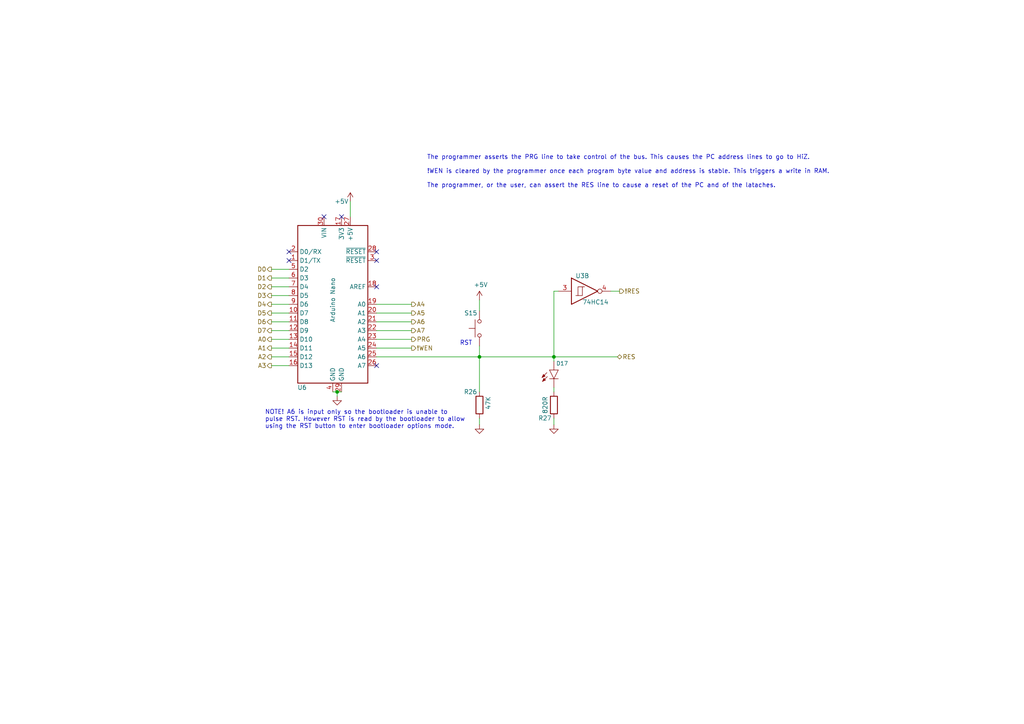
<source format=kicad_sch>
(kicad_sch (version 20230121) (generator eeschema)
  (paper "A4")
  (title_block (title "PLC14500 - Nano") (date "2024-01-22") (rev "0.6") (company "Nicola Cimmino") (comment 1 "REV.D"))
  (lib_symbols
    (symbol "Device:R" (pin_numbers hide) (pin_names (offset 0))
      (property "Reference" "R" (at 2.032 0 90))
      (property "Value" "R" (at 0 0 90))
      (symbol "R_0_1"
        (rectangle (start -1.016 -2.54) (end 1.016 2.54) (stroke (width 0.254)))
      )
      (symbol "R_1_1"
        (pin passive line (at 0 3.81 270) (length 1.27) (name "~") (number "1"))
        (pin passive line (at 0 -3.81 90) (length 1.27) (name "~") (number "2"))
      )
    )
    (symbol "Switch:SW_Push" (pin_numbers hide) (pin_names (offset 1.016) hide)
      (property "Reference" "SW" (at 1.27 2.54 0))
      (property "Value" "SW_Push" (at 0 -1.524 0))
      (symbol "SW_Push_0_1"
        (circle (center -2.032 0) (radius 0.508))
        (polyline (pts (xy 0 1.27) (xy 0 3.048)))
        (polyline (pts (xy 2.54 1.27) (xy -2.54 1.27)))
        (circle (center 2.032 0) (radius 0.508))
        (pin passive line (at -5.08 0 0) (length 2.54) (name "1") (number "1"))
        (pin passive line (at 5.08 0 180) (length 2.54) (name "2") (number "2"))
      )
    )
    (symbol "plc14500:74HC14" (pin_names (offset 1.016))
      (property "Reference" "U" (at 0 1.27 0))
      (property "Value" "74HC14" (at 0 -1.27 0))
      (symbol "74HC14_1_0"
        (polyline (pts (xy -3.81 3.81) (xy -3.81 -3.81) (xy 3.81 0) (xy -3.81 3.81)) (stroke (width 0.254)))
        (pin input line (at -7.62 0 0) (length 3.81) (name "~") (number "1"))
        (pin output inverted (at 7.62 0 180) (length 3.81) (name "~") (number "2"))
      )
      (symbol "74HC14_1_1"
        (polyline (pts (xy -1.905 -1.27) (xy -1.905 1.27) (xy -0.635 1.27)))
        (polyline (pts (xy -2.54 -1.27) (xy -0.635 -1.27) (xy -0.635 1.27) (xy 0 1.27)))
      )
      (symbol "74HC14_2_0"
        (polyline (pts (xy -3.81 3.81) (xy -3.81 -3.81) (xy 3.81 0) (xy -3.81 3.81)) (stroke (width 0.254)))
        (pin input line (at -7.62 0 0) (length 3.81) (name "~") (number "3"))
        (pin output inverted (at 7.62 0 180) (length 3.81) (name "~") (number "4"))
      )
      (symbol "74HC14_2_1"
        (polyline (pts (xy -1.905 -1.27) (xy -1.905 1.27) (xy -0.635 1.27)))
        (polyline (pts (xy -2.54 -1.27) (xy -0.635 -1.27) (xy -0.635 1.27) (xy 0 1.27)))
      )
      (symbol "74HC14_3_0"
        (polyline (pts (xy -3.81 3.81) (xy -3.81 -3.81) (xy 3.81 0) (xy -3.81 3.81)) (stroke (width 0.254)))
        (pin input line (at -7.62 0 0) (length 3.81) (name "~") (number "5"))
        (pin output inverted (at 7.62 0 180) (length 3.81) (name "~") (number "6"))
      )
      (symbol "74HC14_3_1"
        (polyline (pts (xy -1.905 -1.27) (xy -1.905 1.27) (xy -0.635 1.27)))
        (polyline (pts (xy -2.54 -1.27) (xy -0.635 -1.27) (xy -0.635 1.27) (xy 0 1.27)))
      )
      (symbol "74HC14_4_0"
        (polyline (pts (xy -3.81 3.81) (xy -3.81 -3.81) (xy 3.81 0) (xy -3.81 3.81)) (stroke (width 0.254)))
        (pin output inverted (at 7.62 0 180) (length 3.81) (name "~") (number "8"))
        (pin input line (at -7.62 0 0) (length 3.81) (name "~") (number "9"))
      )
      (symbol "74HC14_4_1"
        (polyline (pts (xy -1.905 -1.27) (xy -1.905 1.27) (xy -0.635 1.27)))
        (polyline (pts (xy -2.54 -1.27) (xy -0.635 -1.27) (xy -0.635 1.27) (xy 0 1.27)))
      )
      (symbol "74HC14_5_0"
        (polyline (pts (xy -3.81 3.81) (xy -3.81 -3.81) (xy 3.81 0) (xy -3.81 3.81)) (stroke (width 0.254)))
        (pin output inverted (at 7.62 0 180) (length 3.81) (name "~") (number "10"))
        (pin input line (at -7.62 0 0) (length 3.81) (name "~") (number "11"))
      )
      (symbol "74HC14_5_1"
        (polyline (pts (xy -1.905 -1.27) (xy -1.905 1.27) (xy -0.635 1.27)))
        (polyline (pts (xy -2.54 -1.27) (xy -0.635 -1.27) (xy -0.635 1.27) (xy 0 1.27)))
      )
      (symbol "74HC14_6_0"
        (polyline (pts (xy -3.81 3.81) (xy -3.81 -3.81) (xy 3.81 0) (xy -3.81 3.81)) (stroke (width 0.254)))
        (pin output inverted (at 7.62 0 180) (length 3.81) (name "~") (number "12"))
        (pin input line (at -7.62 0 0) (length 3.81) (name "~") (number "13"))
      )
      (symbol "74HC14_6_1"
        (polyline (pts (xy -1.905 -1.27) (xy -1.905 1.27) (xy -0.635 1.27)))
        (polyline (pts (xy -2.54 -1.27) (xy -0.635 -1.27) (xy -0.635 1.27) (xy 0 1.27)))
      )
      (symbol "74HC14_7_0"
        (pin power_in line (at 0 12.7 270) (length 5.08) (name "VCC") (number "14"))
        (pin power_in line (at 0 -12.7 90) (length 5.08) (name "GND") (number "7"))
      )
    )
    (symbol "plc14500:ArduinoNanoBoard"
      (property "Reference" "U6" (at -8.89 -24.13 0))
      (property "Value" "Arduino Nano" (at 0 1.27 90))
      (symbol "ArduinoNanoBoard_1_1"
        (rectangle (start -10.16 22.86) (end 10.16 -22.86) (stroke (width 0.254)))
        (pin bidirectional line (at -12.7 12.7 0) (length 2.54) (name "D1/TX") (number "1"))
        (pin bidirectional line (at -12.7 -2.54 0) (length 2.54) (name "D7") (number "10"))
        (pin bidirectional line (at -12.7 -5.08 0) (length 2.54) (name "D8") (number "11"))
        (pin bidirectional line (at -12.7 -7.62 0) (length 2.54) (name "D9") (number "12"))
        (pin bidirectional line (at -12.7 -10.16 0) (length 2.54) (name "D10") (number "13"))
        (pin bidirectional line (at -12.7 -12.7 0) (length 2.54) (name "D11") (number "14"))
        (pin bidirectional line (at -12.7 -15.24 0) (length 2.54) (name "D12") (number "15"))
        (pin bidirectional line (at -12.7 -17.78 0) (length 2.54) (name "D13") (number "16"))
        (pin power_out line (at 2.54 25.4 270) (length 2.54) (name "3V3") (number "17"))
        (pin input line (at 12.7 5.08 180) (length 2.54) (name "AREF") (number "18"))
        (pin bidirectional line (at 12.7 0 180) (length 2.54) (name "A0") (number "19"))
        (pin bidirectional line (at -12.7 15.24 0) (length 2.54) (name "D0/RX") (number "2"))
        (pin bidirectional line (at 12.7 -2.54 180) (length 2.54) (name "A1") (number "20"))
        (pin bidirectional line (at 12.7 -5.08 180) (length 2.54) (name "A2") (number "21"))
        (pin bidirectional line (at 12.7 -7.62 180) (length 2.54) (name "A3") (number "22"))
        (pin bidirectional line (at 12.7 -10.16 180) (length 2.54) (name "A4") (number "23"))
        (pin bidirectional line (at 12.7 -12.7 180) (length 2.54) (name "A5") (number "24"))
        (pin bidirectional line (at 12.7 -15.24 180) (length 2.54) (name "A6") (number "25"))
        (pin bidirectional line (at 12.7 -17.78 180) (length 2.54) (name "A7") (number "26"))
        (pin power_in line (at 5.08 25.4 270) (length 2.54) (name "+5V") (number "27"))
        (pin input line (at 12.7 15.24 180) (length 2.54) (name "~{RESET}") (number "28"))
        (pin power_in line (at 2.54 -25.4 90) (length 2.54) (name "GND") (number "29"))
        (pin input line (at 12.7 12.7 180) (length 2.54) (name "~{RESET}") (number "3"))
        (pin power_in line (at -2.54 25.4 270) (length 2.54) (name "VIN") (number "30"))
        (pin power_in line (at 0 -25.4 90) (length 2.54) (name "GND") (number "4"))
        (pin bidirectional line (at -12.7 10.16 0) (length 2.54) (name "D2") (number "5"))
        (pin bidirectional line (at -12.7 7.62 0) (length 2.54) (name "D3") (number "6"))
        (pin bidirectional line (at -12.7 5.08 0) (length 2.54) (name "D4") (number "7"))
        (pin bidirectional line (at -12.7 2.54 0) (length 2.54) (name "D5") (number "8"))
        (pin bidirectional line (at -12.7 0 0) (length 2.54) (name "D6") (number "9"))
      )
    )
    (symbol "plc14500:LED" (pin_numbers hide) (pin_names (offset 1.016) hide)
      (property "Reference" "D" (at -1.27 -6.35 90))
      (property "Value" "LED" (at 3.81 -6.35 90))
      (symbol "LED_1_0"
        (polyline (pts (xy -2.032 -0.762) (xy -3.429 -2.159)))
        (polyline (pts (xy -1.905 -1.905) (xy -3.302 -3.302)))
        (polyline (pts (xy 0 -2.54) (xy -1.27 -2.54)))
        (polyline (pts (xy 0 -2.54) (xy -1.27 0)))
        (polyline (pts (xy 1.27 -2.54) (xy 0 -2.54)))
        (polyline (pts (xy 1.27 0) (xy -1.27 0)))
        (polyline (pts (xy 1.27 0) (xy 0 -2.54)))
      )
      (symbol "LED_1_1"
        (polyline (pts (xy -3.429 -2.159) (xy -3.048 -1.27) (xy -3.048 -1.27) (xy -2.54 -1.778) (xy -2.54 -1.778) (xy -3.429 -2.159)) (fill (type outline)))
        (polyline (pts (xy -3.302 -3.302) (xy -2.921 -2.413) (xy -2.921 -2.413) (xy -2.413 -2.921) (xy -2.413 -2.921) (xy -3.302 -3.302)) (fill (type outline)))
        (pin passive line (at 0 2.54 270) (length 2.54) (name "A") (number "A"))
        (pin passive line (at 0 -5.08 90) (length 2.54) (name "C") (number "K"))
      )
    )
    (symbol "power:+5V" (power) (pin_names (offset 0))
      (property "Value" "+5V" (at 0 3.556 0))
      (symbol "+5V_0_1"
        (polyline (pts (xy -0.762 1.27) (xy 0 2.54)))
        (polyline (pts (xy 0 0) (xy 0 2.54)))
        (polyline (pts (xy 0 2.54) (xy 0.762 1.27)))
      )
      (symbol "+5V_1_1"
        (pin power_in line (at 0 0 90) (length 0) hide (name "+5V") (number "1"))
      )
    )
    (symbol "power:GND" (power) (pin_names (offset 0))
      (property "Value" "GND" (at 0 -3.81 0))
      (symbol "GND_0_1"
        (polyline (pts (xy 0 0) (xy 0 -1.27) (xy 1.27 -1.27) (xy 0 -2.54) (xy -1.27 -1.27) (xy 0 -1.27)))
      )
      (symbol "GND_1_1"
        (pin power_in line (at 0 0 270) (length 0) hide (name "GND") (number "1"))
      )
    )
  )
  (junction (at 160.655 103.505))
  (junction (at 97.79 113.665))
  (junction (at 139.065 103.505))
  (no_connect (at 109.22 75.565))
  (no_connect (at 83.82 75.565))
  (no_connect (at 109.22 73.025))
  (no_connect (at 109.22 106.045))
  (no_connect (at 83.82 73.025))
  (no_connect (at 99.06 62.865))
  (no_connect (at 109.22 83.185))
  (no_connect (at 93.98 62.865))
  (wire (pts (xy 83.82 83.185) (xy 78.74 83.185)))
  (wire (pts (xy 109.22 88.265) (xy 119.38 88.265)))
  (wire (pts (xy 83.82 93.345) (xy 78.74 93.345)))
  (wire (pts (xy 160.655 103.505) (xy 160.655 104.775)))
  (wire (pts (xy 83.82 98.425) (xy 78.74 98.425)))
  (wire (pts (xy 83.82 95.885) (xy 78.74 95.885)))
  (wire (pts (xy 83.82 85.725) (xy 78.74 85.725)))
  (wire (pts (xy 139.065 121.285) (xy 139.065 123.19)))
  (wire (pts (xy 160.655 113.665) (xy 160.655 112.395)))
  (wire (pts (xy 139.065 103.505) (xy 139.065 100.33)))
  (wire (pts (xy 139.065 113.665) (xy 139.065 103.505)))
  (wire (pts (xy 160.655 84.455) (xy 161.925 84.455)))
  (wire (pts (xy 160.655 103.505) (xy 160.655 84.455)))
  (wire (pts (xy 109.22 98.425) (xy 119.38 98.425)))
  (wire (pts (xy 139.065 103.505) (xy 160.655 103.505)))
  (wire (pts (xy 83.82 88.265) (xy 78.74 88.265)))
  (wire (pts (xy 83.82 90.805) (xy 78.74 90.805)))
  (wire (pts (xy 160.655 121.285) (xy 160.655 123.19)))
  (wire (pts (xy 83.82 78.105) (xy 78.74 78.105)))
  (wire (pts (xy 177.165 84.455) (xy 179.705 84.455)))
  (wire (pts (xy 83.82 100.965) (xy 78.74 100.965)))
  (wire (pts (xy 83.82 106.045) (xy 78.74 106.045)))
  (wire (pts (xy 83.82 103.505) (xy 78.74 103.505)))
  (wire (pts (xy 101.6 62.865) (xy 101.6 58.42)))
  (wire (pts (xy 109.22 95.885) (xy 119.38 95.885)))
  (wire (pts (xy 109.22 93.345) (xy 119.38 93.345)))
  (wire (pts (xy 83.82 80.645) (xy 78.74 80.645)))
  (wire (pts (xy 139.065 90.17) (xy 139.065 86.995)))
  (wire (pts (xy 109.22 100.965) (xy 119.38 100.965)))
  (wire (pts (xy 109.22 103.505) (xy 139.065 103.505)))
  (wire (pts (xy 109.22 90.805) (xy 119.38 90.805)))
  (wire (pts (xy 96.52 113.665) (xy 97.79 113.665)))
  (wire (pts (xy 97.79 113.665) (xy 99.06 113.665)))
  (wire (pts (xy 160.655 103.505) (xy 179.07 103.505)))
  (wire (pts (xy 97.79 114.935) (xy 97.79 113.665)))
  (text "NOTE! A6 is input only so the bootloader is unable to\npulse RST. However RST is read by the bootloader to allow\nusing the RST button to enter bootloader options mode." (at 76.835 124.46 0) (effects (font (size 1.27 1.27)) (justify left bottom)))
  (text "The programmer asserts the PRG line to take control of the bus. This causes the PC address lines to go to HiZ.\n\n!WEN is cleared by the programmer once each program byte value and address is stable. This triggers a write in RAM.\n\nThe programmer, or the user, can assert the RES line to cause a reset of the PC and of the lataches." (at 123.825 54.61 0) (effects (font (size 1.27 1.27)) (justify left bottom)))
  (text "RST" (at 133.35 100.33 0) (effects (font (size 1.27 1.27)) (justify left bottom)))
  (hierarchical_label "A5" (shape output) (at 119.38 90.805 0))
  (hierarchical_label "!WEN" (shape output) (at 119.38 100.965 0))
  (hierarchical_label "D7" (shape output) (at 78.74 95.885 180))
  (hierarchical_label "!RES" (shape output) (at 179.705 84.455 0))
  (hierarchical_label "D1" (shape output) (at 78.74 80.645 180))
  (hierarchical_label "D0" (shape output) (at 78.74 78.105 180))
  (hierarchical_label "D5" (shape output) (at 78.74 90.805 180))
  (hierarchical_label "D2" (shape output) (at 78.74 83.185 180))
  (hierarchical_label "D3" (shape output) (at 78.74 85.725 180))
  (hierarchical_label "A2" (shape output) (at 78.74 103.505 180))
  (hierarchical_label "A3" (shape output) (at 78.74 106.045 180))
  (hierarchical_label "D4" (shape output) (at 78.74 88.265 180))
  (hierarchical_label "A1" (shape output) (at 78.74 100.965 180))
  (hierarchical_label "A6" (shape output) (at 119.38 93.345 0))
  (hierarchical_label "D6" (shape output) (at 78.74 93.345 180))
  (hierarchical_label "A0" (shape output) (at 78.74 98.425 180))
  (hierarchical_label "PRG" (shape output) (at 119.38 98.425 0))
  (hierarchical_label "A4" (shape output) (at 119.38 88.265 0))
  (hierarchical_label "RES" (shape bidirectional) (at 179.07 103.505 0))
  (hierarchical_label "A7" (shape output) (at 119.38 95.885 0))
  (symbol (lib_id "plc14500:ArduinoNanoBoard") (at 96.52 88.265 0) (unit 1)
    (property "Reference" "U6" (at 87.63 112.395 0))
    (property "Value" "Arduino Nano" (at 96.52 86.995 90))
    (property "Footprint" "Module:Arduino_Nano" (effects hide))
    (property "Datasheet" "https://www.arduino.cc/en/uploads/Main/ArduinoNanoManual23.pdf" (effects hide))
  )
  (symbol (lib_id "power:GND") (at 160.655 123.19 0) (unit 1)
    (property "Reference" "#PWR037" (effects hide))
    (property "Value" "GND" (effects hide))
    (instances (project "plc14500" (path "" (reference "#PWR037") (unit 1)) (path "" (reference "#PWR080") (unit 1))))
  )
  (symbol (lib_id "Device:R") (at 139.065 117.475 0) (unit 1)
    (property "Reference" "R26" (at 138.43 113.665 0) (effects (justify right)))
    (property "Value" "47K" (at 141.605 114.935 90) (effects (justify right)))
    (property "Footprint" "Resistor_THT:R_Axial_DIN0204_L3.6mm_D1.6mm_P7.62mm_Horizontal" (effects hide))
    (property "Price" "0.01" (effects hide))
  )
  (symbol (lib_id "plc14500:74HC14") (at 169.545 84.455 0) (unit 2)
    (property "Reference" "U3" (at 168.91 80.01 0))
    (property "Value" "74HC14" (at 172.72 87.63 0))
    (property "Footprint" "Package_DIP:DIP-14_W7.62mm_LongPads" (effects hide))
    (property "Datasheet" "http://www.ti.com/lit/gpn/sn74HC14" (effects hide))
    (property "Price" "0.16" (effects hide))
    (instances (project "plc14500" (path "" (reference "U3") (unit 2)) (path "" (reference "U?") (unit 1)) (path "" (reference "U3") (unit 2))))
  )
  (symbol (lib_id "power:GND") (at 139.065 123.19 0) (unit 1)
    (property "Reference" "#PWR037" (effects hide))
    (property "Value" "GND" (effects hide))
  )
  (symbol (lib_id "power:+5V") (at 101.6 58.42 0) (unit 1)
    (property "Reference" "#PWR035" (effects hide))
    (property "Value" "+5V" (at 99.06 58.42 0))
    (instances (project "plc14500" (path "" (reference "#PWR035") (unit 1)) (path "" (reference "#PWR?") (unit 1)) (path "" (reference "#PWR035") (unit 1))))
  )
  (symbol (lib_id "power:+5V") (at 139.065 86.995 0) (unit 1)
    (property "Reference" "#PWR036" (effects hide))
    (property "Value" "+5V" (at 139.446 82.6008 0))
    (instances (project "plc14500" (path "" (reference "#PWR036") (unit 1)) (path "" (reference "#PWR?") (unit 1)) (path "" (reference "#PWR036") (unit 1))))
  )
  (symbol (lib_id "Device:R") (at 160.655 117.475 0) (unit 1)
    (property "Reference" "R27" (at 160.02 121.285 0) (effects (justify right)))
    (property "Value" "820R" (at 158.115 114.935 90) (effects (justify right)))
    (property "Footprint" "Resistor_THT:R_Axial_DIN0204_L3.6mm_D1.6mm_P7.62mm_Horizontal" (effects hide))
    (property "Price" "0.01" (effects hide))
  )
  (symbol (lib_id "plc14500:LED") (at 160.655 107.315 0) (unit 1)
    (property "Reference" "D17" (at 161.29 105.41 0) (effects (font (size 1.143 1.143)) (justify left)))
    (property "Value" "LED 3MM Red" (effects hide))
    (property "Footprint" "plc14500:LED_3MM" (effects hide))
    (property "Price" "0.01" (effects hide))
  )
  (symbol (lib_id "Switch:SW_Push") (at 139.065 95.25 90) (unit 1)
    (property "Reference" "S15" (at 134.62 90.805 90) (effects (justify right)))
    (property "Value" "Push Button" (effects hide))
    (property "Footprint" "plc14500:SW_Tactile_THT" (effects hide))
    (property "Price" "0.01" (effects hide))
    (instances (project "plc14500" (path "" (reference "S15") (unit 1)) (path "" (reference "S?") (unit 1)) (path "" (reference "S15") (unit 1))))
  )
  (symbol (lib_id "power:GND") (at 97.79 114.935 0) (unit 1)
    (property "Reference" "#PWR033" (effects hide))
    (property "Value" "GND" (effects hide))
  )
)
</source>
